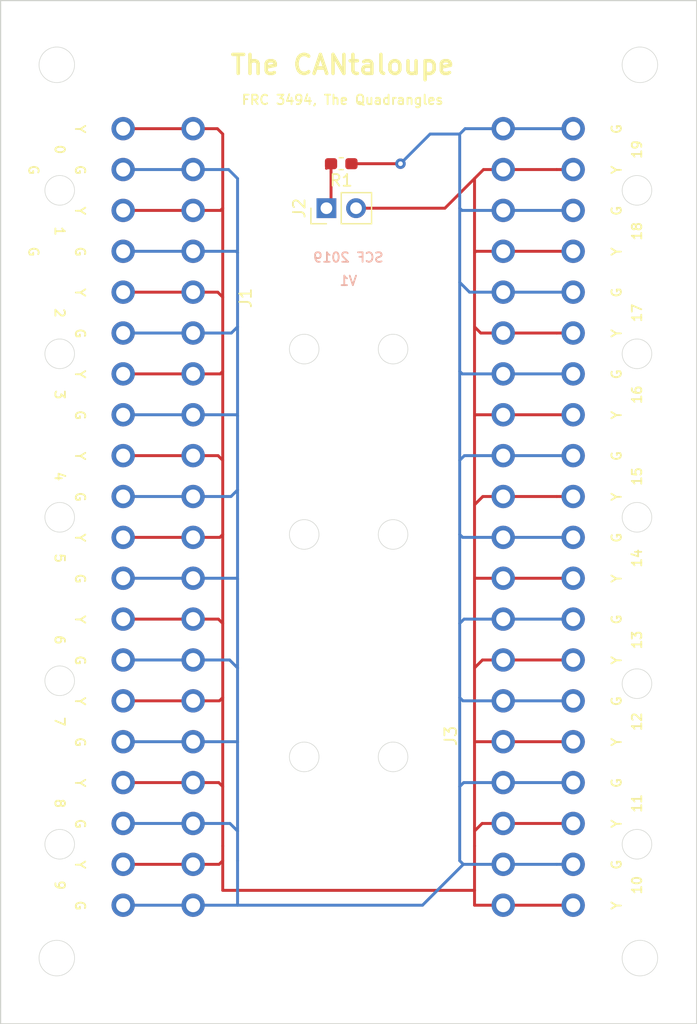
<source format=kicad_pcb>
(kicad_pcb (version 20171130) (host pcbnew "(5.1.4)-1")

  (general
    (thickness 1.6)
    (drawings 95)
    (tracks 173)
    (zones 0)
    (modules 4)
    (nets 4)
  )

  (page A4)
  (layers
    (0 F.Cu signal)
    (31 B.Cu signal)
    (32 B.Adhes user)
    (33 F.Adhes user)
    (34 B.Paste user)
    (35 F.Paste user)
    (36 B.SilkS user)
    (37 F.SilkS user)
    (38 B.Mask user)
    (39 F.Mask user)
    (40 Dwgs.User user)
    (41 Cmts.User user hide)
    (42 Eco1.User user)
    (43 Eco2.User user)
    (44 Edge.Cuts user)
    (45 Margin user)
    (46 B.CrtYd user)
    (47 F.CrtYd user)
    (48 B.Fab user)
    (49 F.Fab user)
  )

  (setup
    (last_trace_width 0.25)
    (trace_clearance 0.2)
    (zone_clearance 0.508)
    (zone_45_only no)
    (trace_min 0.127)
    (via_size 0.9)
    (via_drill 0.4)
    (via_min_size 0.4)
    (via_min_drill 0.3)
    (uvia_size 0.3)
    (uvia_drill 0.1)
    (uvias_allowed no)
    (uvia_min_size 0.2)
    (uvia_min_drill 0.1)
    (edge_width 0.05)
    (segment_width 0.2)
    (pcb_text_width 0.3)
    (pcb_text_size 1.5 1.5)
    (mod_edge_width 0.1524)
    (mod_text_size 0.8128 0.8128)
    (mod_text_width 0.15)
    (pad_size 1.524 1.524)
    (pad_drill 0.762)
    (pad_to_mask_clearance 0.051)
    (solder_mask_min_width 0.25)
    (aux_axis_origin 0 0)
    (visible_elements 7FFFFFFF)
    (pcbplotparams
      (layerselection 0x010f0_ffffffff)
      (usegerberextensions false)
      (usegerberattributes false)
      (usegerberadvancedattributes false)
      (creategerberjobfile false)
      (excludeedgelayer true)
      (linewidth 0.100000)
      (plotframeref false)
      (viasonmask false)
      (mode 1)
      (useauxorigin false)
      (hpglpennumber 1)
      (hpglpenspeed 20)
      (hpglpendiameter 15.000000)
      (psnegative false)
      (psa4output false)
      (plotreference true)
      (plotvalue true)
      (plotinvisibletext false)
      (padsonsilk false)
      (subtractmaskfromsilk false)
      (outputformat 1)
      (mirror false)
      (drillshape 0)
      (scaleselection 1)
      (outputdirectory "./"))
  )

  (net 0 "")
  (net 1 "Net-(J1-Pad1)")
  (net 2 "Net-(J1-Pad10)")
  (net 3 "Net-(J2-Pad1)")

  (net_class Default "This is the default net class."
    (clearance 0.2)
    (trace_width 0.25)
    (via_dia 0.9)
    (via_drill 0.4)
    (uvia_dia 0.3)
    (uvia_drill 0.1)
    (add_net "Net-(J1-Pad1)")
    (add_net "Net-(J1-Pad10)")
    (add_net "Net-(J2-Pad1)")
  )

  (module Connector:Weidmuller20X1Female (layer F.Cu) (tedit 5DA4AE6E) (tstamp 5DA50504)
    (at 128.19 88.97 270)
    (path /5D9FC889)
    (fp_text reference J1 (at 0 0.5 90) (layer F.SilkS)
      (effects (font (size 1 1) (thickness 0.15)))
    )
    (fp_text value Conn_01x20_Female (at 0 -0.5 90) (layer F.Fab)
      (effects (font (size 1 1) (thickness 0.15)))
    )
    (pad 1 thru_hole circle (at -14.5 5 270) (size 2 2) (drill 1.2) (layers *.Cu *.Mask)
      (net 1 "Net-(J1-Pad1)"))
    (pad 2 thru_hole circle (at -11 5 270) (size 2 2) (drill 1.2) (layers *.Cu *.Mask)
      (net 2 "Net-(J1-Pad10)"))
    (pad 3 thru_hole circle (at -7.5 5 270) (size 2 2) (drill 1.2) (layers *.Cu *.Mask)
      (net 1 "Net-(J1-Pad1)"))
    (pad 4 thru_hole circle (at -4 5) (size 2 2) (drill 1.2) (layers *.Cu *.Mask)
      (net 2 "Net-(J1-Pad10)"))
    (pad 5 thru_hole circle (at -0.5 5 270) (size 2 2) (drill 1.2) (layers *.Cu *.Mask)
      (net 1 "Net-(J1-Pad1)"))
    (pad 10 thru_hole circle (at 17 5 270) (size 2 2) (drill 1.2) (layers *.Cu *.Mask)
      (net 2 "Net-(J1-Pad10)"))
    (pad 6 thru_hole circle (at 3 5 270) (size 2 2) (drill 1.2) (layers *.Cu *.Mask)
      (net 2 "Net-(J1-Pad10)"))
    (pad 9 thru_hole circle (at 13.5 5 270) (size 2 2) (drill 1.2) (layers *.Cu *.Mask)
      (net 1 "Net-(J1-Pad1)"))
    (pad 7 thru_hole circle (at 6.5 5 270) (size 2 2) (drill 1.2) (layers *.Cu *.Mask)
      (net 1 "Net-(J1-Pad1)"))
    (pad 8 thru_hole circle (at 10 5 270) (size 2 2) (drill 1.2) (layers *.Cu *.Mask)
      (net 2 "Net-(J1-Pad10)"))
    (pad 18 thru_hole circle (at 45 5 270) (size 2 2) (drill 1.2) (layers *.Cu *.Mask)
      (net 2 "Net-(J1-Pad10)"))
    (pad 17 thru_hole circle (at 41.5 5) (size 2 2) (drill 1.2) (layers *.Cu *.Mask)
      (net 1 "Net-(J1-Pad1)"))
    (pad 16 thru_hole circle (at 38 5 270) (size 2 2) (drill 1.2) (layers *.Cu *.Mask)
      (net 2 "Net-(J1-Pad10)"))
    (pad 19 thru_hole circle (at 48.5 5 270) (size 2 2) (drill 1.2) (layers *.Cu *.Mask)
      (net 1 "Net-(J1-Pad1)"))
    (pad 20 thru_hole circle (at 52 5 270) (size 2 2) (drill 1.2) (layers *.Cu *.Mask)
      (net 2 "Net-(J1-Pad10)"))
    (pad 15 thru_hole circle (at 34.5 5 270) (size 2 2) (drill 1.2) (layers *.Cu *.Mask)
      (net 1 "Net-(J1-Pad1)"))
    (pad 11 thru_hole circle (at 20.5 5 270) (size 2 2) (drill 1.2) (layers *.Cu *.Mask)
      (net 1 "Net-(J1-Pad1)"))
    (pad 14 thru_hole circle (at 31 5 270) (size 2 2) (drill 1.2) (layers *.Cu *.Mask)
      (net 2 "Net-(J1-Pad10)"))
    (pad 12 thru_hole circle (at 24 5 270) (size 2 2) (drill 1.2) (layers *.Cu *.Mask)
      (net 2 "Net-(J1-Pad10)"))
    (pad 13 thru_hole circle (at 27.5 5 270) (size 2 2) (drill 1.2) (layers *.Cu *.Mask)
      (net 1 "Net-(J1-Pad1)"))
    (pad 12 thru_hole circle (at 24 11 270) (size 2 2) (drill 1.2) (layers *.Cu *.Mask)
      (net 2 "Net-(J1-Pad10)"))
    (pad 2 thru_hole circle (at -11 11 270) (size 2 2) (drill 1.2) (layers *.Cu *.Mask)
      (net 2 "Net-(J1-Pad10)"))
    (pad 18 thru_hole circle (at 45 11 270) (size 2 2) (drill 1.2) (layers *.Cu *.Mask)
      (net 2 "Net-(J1-Pad10)"))
    (pad 3 thru_hole circle (at -7.5 11 270) (size 2 2) (drill 1.2) (layers *.Cu *.Mask)
      (net 1 "Net-(J1-Pad1)"))
    (pad 16 thru_hole circle (at 38 11 270) (size 2 2) (drill 1.2) (layers *.Cu *.Mask)
      (net 2 "Net-(J1-Pad10)"))
    (pad 1 thru_hole circle (at -14.5 11 270) (size 2 2) (drill 1.2) (layers *.Cu *.Mask)
      (net 1 "Net-(J1-Pad1)"))
    (pad 8 thru_hole circle (at 10 11 270) (size 2 2) (drill 1.2) (layers *.Cu *.Mask)
      (net 2 "Net-(J1-Pad10)"))
    (pad 4 thru_hole circle (at -4 11) (size 2 2) (drill 1.2) (layers *.Cu *.Mask)
      (net 2 "Net-(J1-Pad10)"))
    (pad 19 thru_hole circle (at 48.5 11 270) (size 2 2) (drill 1.2) (layers *.Cu *.Mask)
      (net 1 "Net-(J1-Pad1)"))
    (pad 5 thru_hole circle (at -0.5 11 270) (size 2 2) (drill 1.2) (layers *.Cu *.Mask)
      (net 1 "Net-(J1-Pad1)"))
    (pad 17 thru_hole circle (at 41.5 11) (size 2 2) (drill 1.2) (layers *.Cu *.Mask)
      (net 1 "Net-(J1-Pad1)"))
    (pad 7 thru_hole circle (at 6.5 11 270) (size 2 2) (drill 1.2) (layers *.Cu *.Mask)
      (net 1 "Net-(J1-Pad1)"))
    (pad 10 thru_hole circle (at 17 11 270) (size 2 2) (drill 1.2) (layers *.Cu *.Mask)
      (net 2 "Net-(J1-Pad10)"))
    (pad 14 thru_hole circle (at 31 11 270) (size 2 2) (drill 1.2) (layers *.Cu *.Mask)
      (net 2 "Net-(J1-Pad10)"))
    (pad 9 thru_hole circle (at 13.5 11 270) (size 2 2) (drill 1.2) (layers *.Cu *.Mask)
      (net 1 "Net-(J1-Pad1)"))
    (pad 20 thru_hole circle (at 52 11 270) (size 2 2) (drill 1.2) (layers *.Cu *.Mask)
      (net 2 "Net-(J1-Pad10)"))
    (pad 15 thru_hole circle (at 34.5 11 270) (size 2 2) (drill 1.2) (layers *.Cu *.Mask)
      (net 1 "Net-(J1-Pad1)"))
    (pad 6 thru_hole circle (at 3 11 270) (size 2 2) (drill 1.2) (layers *.Cu *.Mask)
      (net 2 "Net-(J1-Pad10)"))
    (pad 11 thru_hole circle (at 20.5 11 270) (size 2 2) (drill 1.2) (layers *.Cu *.Mask)
      (net 1 "Net-(J1-Pad1)"))
    (pad 13 thru_hole circle (at 27.5 11 270) (size 2 2) (drill 1.2) (layers *.Cu *.Mask)
      (net 1 "Net-(J1-Pad1)"))
  )

  (module Connector:Weidmuller20X1Female (layer F.Cu) (tedit 5DA4AE6E) (tstamp 5DA5055C)
    (at 144.78 126.47 90)
    (path /5D9FDE05)
    (fp_text reference J3 (at 0 0.5 90) (layer F.SilkS)
      (effects (font (size 1 1) (thickness 0.15)))
    )
    (fp_text value Conn_01x20_Female (at 0 -0.5 90) (layer F.Fab)
      (effects (font (size 1 1) (thickness 0.15)))
    )
    (pad 13 thru_hole circle (at 27.5 11 90) (size 2 2) (drill 1.2) (layers *.Cu *.Mask)
      (net 1 "Net-(J1-Pad1)"))
    (pad 11 thru_hole circle (at 20.5 11 90) (size 2 2) (drill 1.2) (layers *.Cu *.Mask)
      (net 1 "Net-(J1-Pad1)"))
    (pad 6 thru_hole circle (at 3 11 90) (size 2 2) (drill 1.2) (layers *.Cu *.Mask)
      (net 2 "Net-(J1-Pad10)"))
    (pad 15 thru_hole circle (at 34.5 11 90) (size 2 2) (drill 1.2) (layers *.Cu *.Mask)
      (net 1 "Net-(J1-Pad1)"))
    (pad 20 thru_hole circle (at 52 11 90) (size 2 2) (drill 1.2) (layers *.Cu *.Mask)
      (net 2 "Net-(J1-Pad10)"))
    (pad 9 thru_hole circle (at 13.5 11 90) (size 2 2) (drill 1.2) (layers *.Cu *.Mask)
      (net 1 "Net-(J1-Pad1)"))
    (pad 14 thru_hole circle (at 31 11 90) (size 2 2) (drill 1.2) (layers *.Cu *.Mask)
      (net 2 "Net-(J1-Pad10)"))
    (pad 10 thru_hole circle (at 17 11 90) (size 2 2) (drill 1.2) (layers *.Cu *.Mask)
      (net 2 "Net-(J1-Pad10)"))
    (pad 7 thru_hole circle (at 6.5 11 90) (size 2 2) (drill 1.2) (layers *.Cu *.Mask)
      (net 1 "Net-(J1-Pad1)"))
    (pad 17 thru_hole circle (at 41.5 11 180) (size 2 2) (drill 1.2) (layers *.Cu *.Mask)
      (net 1 "Net-(J1-Pad1)"))
    (pad 5 thru_hole circle (at -0.5 11 90) (size 2 2) (drill 1.2) (layers *.Cu *.Mask)
      (net 1 "Net-(J1-Pad1)"))
    (pad 19 thru_hole circle (at 48.5 11 90) (size 2 2) (drill 1.2) (layers *.Cu *.Mask)
      (net 1 "Net-(J1-Pad1)"))
    (pad 4 thru_hole circle (at -4 11 180) (size 2 2) (drill 1.2) (layers *.Cu *.Mask)
      (net 2 "Net-(J1-Pad10)"))
    (pad 8 thru_hole circle (at 10 11 90) (size 2 2) (drill 1.2) (layers *.Cu *.Mask)
      (net 2 "Net-(J1-Pad10)"))
    (pad 1 thru_hole circle (at -14.5 11 90) (size 2 2) (drill 1.2) (layers *.Cu *.Mask)
      (net 1 "Net-(J1-Pad1)"))
    (pad 16 thru_hole circle (at 38 11 90) (size 2 2) (drill 1.2) (layers *.Cu *.Mask)
      (net 2 "Net-(J1-Pad10)"))
    (pad 3 thru_hole circle (at -7.5 11 90) (size 2 2) (drill 1.2) (layers *.Cu *.Mask)
      (net 1 "Net-(J1-Pad1)"))
    (pad 18 thru_hole circle (at 45 11 90) (size 2 2) (drill 1.2) (layers *.Cu *.Mask)
      (net 2 "Net-(J1-Pad10)"))
    (pad 2 thru_hole circle (at -11 11 90) (size 2 2) (drill 1.2) (layers *.Cu *.Mask)
      (net 2 "Net-(J1-Pad10)"))
    (pad 12 thru_hole circle (at 24 11 90) (size 2 2) (drill 1.2) (layers *.Cu *.Mask)
      (net 2 "Net-(J1-Pad10)"))
    (pad 13 thru_hole circle (at 27.5 5 90) (size 2 2) (drill 1.2) (layers *.Cu *.Mask)
      (net 1 "Net-(J1-Pad1)"))
    (pad 12 thru_hole circle (at 24 5 90) (size 2 2) (drill 1.2) (layers *.Cu *.Mask)
      (net 2 "Net-(J1-Pad10)"))
    (pad 14 thru_hole circle (at 31 5 90) (size 2 2) (drill 1.2) (layers *.Cu *.Mask)
      (net 2 "Net-(J1-Pad10)"))
    (pad 11 thru_hole circle (at 20.5 5 90) (size 2 2) (drill 1.2) (layers *.Cu *.Mask)
      (net 1 "Net-(J1-Pad1)"))
    (pad 15 thru_hole circle (at 34.5 5 90) (size 2 2) (drill 1.2) (layers *.Cu *.Mask)
      (net 1 "Net-(J1-Pad1)"))
    (pad 20 thru_hole circle (at 52 5 90) (size 2 2) (drill 1.2) (layers *.Cu *.Mask)
      (net 2 "Net-(J1-Pad10)"))
    (pad 19 thru_hole circle (at 48.5 5 90) (size 2 2) (drill 1.2) (layers *.Cu *.Mask)
      (net 1 "Net-(J1-Pad1)"))
    (pad 16 thru_hole circle (at 38 5 90) (size 2 2) (drill 1.2) (layers *.Cu *.Mask)
      (net 2 "Net-(J1-Pad10)"))
    (pad 17 thru_hole circle (at 41.5 5 180) (size 2 2) (drill 1.2) (layers *.Cu *.Mask)
      (net 1 "Net-(J1-Pad1)"))
    (pad 18 thru_hole circle (at 45 5 90) (size 2 2) (drill 1.2) (layers *.Cu *.Mask)
      (net 2 "Net-(J1-Pad10)"))
    (pad 8 thru_hole circle (at 10 5 90) (size 2 2) (drill 1.2) (layers *.Cu *.Mask)
      (net 2 "Net-(J1-Pad10)"))
    (pad 7 thru_hole circle (at 6.5 5 90) (size 2 2) (drill 1.2) (layers *.Cu *.Mask)
      (net 1 "Net-(J1-Pad1)"))
    (pad 9 thru_hole circle (at 13.5 5 90) (size 2 2) (drill 1.2) (layers *.Cu *.Mask)
      (net 1 "Net-(J1-Pad1)"))
    (pad 6 thru_hole circle (at 3 5 90) (size 2 2) (drill 1.2) (layers *.Cu *.Mask)
      (net 2 "Net-(J1-Pad10)"))
    (pad 10 thru_hole circle (at 17 5 90) (size 2 2) (drill 1.2) (layers *.Cu *.Mask)
      (net 2 "Net-(J1-Pad10)"))
    (pad 5 thru_hole circle (at -0.5 5 90) (size 2 2) (drill 1.2) (layers *.Cu *.Mask)
      (net 1 "Net-(J1-Pad1)"))
    (pad 4 thru_hole circle (at -4 5 180) (size 2 2) (drill 1.2) (layers *.Cu *.Mask)
      (net 2 "Net-(J1-Pad10)"))
    (pad 3 thru_hole circle (at -7.5 5 90) (size 2 2) (drill 1.2) (layers *.Cu *.Mask)
      (net 1 "Net-(J1-Pad1)"))
    (pad 2 thru_hole circle (at -11 5 90) (size 2 2) (drill 1.2) (layers *.Cu *.Mask)
      (net 2 "Net-(J1-Pad10)"))
    (pad 1 thru_hole circle (at -14.5 5 90) (size 2 2) (drill 1.2) (layers *.Cu *.Mask)
      (net 1 "Net-(J1-Pad1)"))
  )

  (module Connector_PinHeader_2.54mm:PinHeader_1x02_P2.54mm_Vertical (layer F.Cu) (tedit 59FED5CC) (tstamp 5DA5051A)
    (at 134.62 81.28 90)
    (descr "Through hole straight pin header, 1x02, 2.54mm pitch, single row")
    (tags "Through hole pin header THT 1x02 2.54mm single row")
    (path /5DA25E50)
    (fp_text reference J2 (at 0 -2.33 90) (layer F.SilkS)
      (effects (font (size 1 1) (thickness 0.15)))
    )
    (fp_text value Conn_01x02_Male (at 0 4.87 90) (layer F.Fab)
      (effects (font (size 1 1) (thickness 0.15)))
    )
    (fp_line (start -0.635 -1.27) (end 1.27 -1.27) (layer F.Fab) (width 0.1))
    (fp_line (start 1.27 -1.27) (end 1.27 3.81) (layer F.Fab) (width 0.1))
    (fp_line (start 1.27 3.81) (end -1.27 3.81) (layer F.Fab) (width 0.1))
    (fp_line (start -1.27 3.81) (end -1.27 -0.635) (layer F.Fab) (width 0.1))
    (fp_line (start -1.27 -0.635) (end -0.635 -1.27) (layer F.Fab) (width 0.1))
    (fp_line (start -1.33 3.87) (end 1.33 3.87) (layer F.SilkS) (width 0.12))
    (fp_line (start -1.33 1.27) (end -1.33 3.87) (layer F.SilkS) (width 0.12))
    (fp_line (start 1.33 1.27) (end 1.33 3.87) (layer F.SilkS) (width 0.12))
    (fp_line (start -1.33 1.27) (end 1.33 1.27) (layer F.SilkS) (width 0.12))
    (fp_line (start -1.33 0) (end -1.33 -1.33) (layer F.SilkS) (width 0.12))
    (fp_line (start -1.33 -1.33) (end 0 -1.33) (layer F.SilkS) (width 0.12))
    (fp_line (start -1.8 -1.8) (end -1.8 4.35) (layer F.CrtYd) (width 0.05))
    (fp_line (start -1.8 4.35) (end 1.8 4.35) (layer F.CrtYd) (width 0.05))
    (fp_line (start 1.8 4.35) (end 1.8 -1.8) (layer F.CrtYd) (width 0.05))
    (fp_line (start 1.8 -1.8) (end -1.8 -1.8) (layer F.CrtYd) (width 0.05))
    (fp_text user %R (at 0 1.27) (layer F.Fab)
      (effects (font (size 1 1) (thickness 0.15)))
    )
    (pad 1 thru_hole rect (at 0 0 90) (size 1.7 1.7) (drill 1) (layers *.Cu *.Mask)
      (net 3 "Net-(J2-Pad1)"))
    (pad 2 thru_hole oval (at 0 2.54 90) (size 1.7 1.7) (drill 1) (layers *.Cu *.Mask)
      (net 1 "Net-(J1-Pad1)"))
    (model ${KISYS3DMOD}/Connector_PinHeader_2.54mm.3dshapes/PinHeader_1x02_P2.54mm_Vertical.wrl
      (at (xyz 0 0 0))
      (scale (xyz 1 1 1))
      (rotate (xyz 0 0 0))
    )
  )

  (module Resistor_SMD:R_0603_1608Metric_Pad1.05x0.95mm_HandSolder (layer F.Cu) (tedit 5B301BBD) (tstamp 5DA5057E)
    (at 135.89 77.47 180)
    (descr "Resistor SMD 0603 (1608 Metric), square (rectangular) end terminal, IPC_7351 nominal with elongated pad for handsoldering. (Body size source: http://www.tortai-tech.com/upload/download/2011102023233369053.pdf), generated with kicad-footprint-generator")
    (tags "resistor handsolder")
    (path /5DA256CC)
    (attr smd)
    (fp_text reference R1 (at 0 -1.43) (layer F.SilkS)
      (effects (font (size 1 1) (thickness 0.15)))
    )
    (fp_text value 120 (at 0 1.43) (layer F.Fab)
      (effects (font (size 1 1) (thickness 0.15)))
    )
    (fp_text user %R (at 0 0) (layer F.Fab)
      (effects (font (size 0.4 0.4) (thickness 0.06)))
    )
    (fp_line (start 1.65 0.73) (end -1.65 0.73) (layer F.CrtYd) (width 0.05))
    (fp_line (start 1.65 -0.73) (end 1.65 0.73) (layer F.CrtYd) (width 0.05))
    (fp_line (start -1.65 -0.73) (end 1.65 -0.73) (layer F.CrtYd) (width 0.05))
    (fp_line (start -1.65 0.73) (end -1.65 -0.73) (layer F.CrtYd) (width 0.05))
    (fp_line (start -0.171267 0.51) (end 0.171267 0.51) (layer F.SilkS) (width 0.12))
    (fp_line (start -0.171267 -0.51) (end 0.171267 -0.51) (layer F.SilkS) (width 0.12))
    (fp_line (start 0.8 0.4) (end -0.8 0.4) (layer F.Fab) (width 0.1))
    (fp_line (start 0.8 -0.4) (end 0.8 0.4) (layer F.Fab) (width 0.1))
    (fp_line (start -0.8 -0.4) (end 0.8 -0.4) (layer F.Fab) (width 0.1))
    (fp_line (start -0.8 0.4) (end -0.8 -0.4) (layer F.Fab) (width 0.1))
    (pad 2 smd roundrect (at 0.875 0 180) (size 1.05 0.95) (layers F.Cu F.Paste F.Mask) (roundrect_rratio 0.25)
      (net 3 "Net-(J2-Pad1)"))
    (pad 1 smd roundrect (at -0.875 0 180) (size 1.05 0.95) (layers F.Cu F.Paste F.Mask) (roundrect_rratio 0.25)
      (net 2 "Net-(J1-Pad10)"))
    (model ${KISYS3DMOD}/Resistor_SMD.3dshapes/R_0603_1608Metric.wrl
      (at (xyz 0 0 0))
      (scale (xyz 1 1 1))
      (rotate (xyz 0 0 0))
    )
  )

  (gr_text G (at 159.5 81.5 90) (layer F.SilkS) (tstamp 5DB3D42E)
    (effects (font (size 0.8128 0.8128) (thickness 0.15)))
  )
  (gr_text G (at 159.5 74.5 90) (layer F.SilkS) (tstamp 5DB3D42D)
    (effects (font (size 0.8128 0.8128) (thickness 0.15)))
  )
  (gr_text G (at 159.5 95.5 90) (layer F.SilkS) (tstamp 5DB3D42E)
    (effects (font (size 0.8128 0.8128) (thickness 0.15)))
  )
  (gr_text G (at 159.5 88.5 90) (layer F.SilkS) (tstamp 5DB3D42D)
    (effects (font (size 0.8128 0.8128) (thickness 0.15)))
  )
  (gr_text G (at 159.5 109.5 90) (layer F.SilkS) (tstamp 5DB3D42E)
    (effects (font (size 0.8128 0.8128) (thickness 0.15)))
  )
  (gr_text G (at 159.5 102.5 90) (layer F.SilkS) (tstamp 5DB3D42D)
    (effects (font (size 0.8128 0.8128) (thickness 0.15)))
  )
  (gr_text G (at 159.5 123.5 90) (layer F.SilkS) (tstamp 5DB3D42E)
    (effects (font (size 0.8128 0.8128) (thickness 0.15)))
  )
  (gr_text G (at 159.5 116.5 90) (layer F.SilkS) (tstamp 5DB3D42D)
    (effects (font (size 0.8128 0.8128) (thickness 0.15)))
  )
  (gr_text G (at 159.5 137.5 90) (layer F.SilkS) (tstamp 5DB3D413)
    (effects (font (size 0.8128 0.8128) (thickness 0.15)))
  )
  (gr_text G (at 159.5 130.5 90) (layer F.SilkS) (tstamp 5DB3D412)
    (effects (font (size 0.8128 0.8128) (thickness 0.15)))
  )
  (gr_text G (at 113.5 134 -90) (layer F.SilkS) (tstamp 5DB3D413)
    (effects (font (size 0.8128 0.8128) (thickness 0.15)))
  )
  (gr_text G (at 113.5 141 -90) (layer F.SilkS) (tstamp 5DB3D412)
    (effects (font (size 0.8128 0.8128) (thickness 0.15)))
  )
  (gr_text G (at 113.5 120 -90) (layer F.SilkS) (tstamp 5DB3D413)
    (effects (font (size 0.8128 0.8128) (thickness 0.15)))
  )
  (gr_text G (at 113.5 127 -90) (layer F.SilkS) (tstamp 5DB3D412)
    (effects (font (size 0.8128 0.8128) (thickness 0.15)))
  )
  (gr_text G (at 113.5 106 -90) (layer F.SilkS) (tstamp 5DB3D413)
    (effects (font (size 0.8128 0.8128) (thickness 0.15)))
  )
  (gr_text G (at 113.5 113 -90) (layer F.SilkS) (tstamp 5DB3D412)
    (effects (font (size 0.8128 0.8128) (thickness 0.15)))
  )
  (gr_text G (at 113.5 92 -90) (layer F.SilkS) (tstamp 5DB3D413)
    (effects (font (size 0.8128 0.8128) (thickness 0.15)))
  )
  (gr_text G (at 113.5 99 -90) (layer F.SilkS) (tstamp 5DB3D412)
    (effects (font (size 0.8128 0.8128) (thickness 0.15)))
  )
  (gr_text G (at 109.5 85 -90) (layer F.SilkS) (tstamp 5DB3D404)
    (effects (font (size 0.8128 0.8128) (thickness 0.15)))
  )
  (gr_text G (at 109.5 78 -90) (layer F.SilkS) (tstamp 5DB3D404)
    (effects (font (size 0.8128 0.8128) (thickness 0.15)))
  )
  (gr_text G (at 113.5 85 -90) (layer F.SilkS) (tstamp 5DB3D3E3)
    (effects (font (size 0.8128 0.8128) (thickness 0.15)))
  )
  (gr_text G (at 113.5 78 -90) (layer F.SilkS)
    (effects (font (size 0.8128 0.8128) (thickness 0.15)))
  )
  (gr_text Y (at 159.5 78 90) (layer F.SilkS) (tstamp 5DB3D3B1)
    (effects (font (size 0.8128 0.8128) (thickness 0.15)))
  )
  (gr_text Y (at 159.5 85 90) (layer F.SilkS) (tstamp 5DB3D3B0)
    (effects (font (size 0.8128 0.8128) (thickness 0.15)))
  )
  (gr_text Y (at 159.5 92 90) (layer F.SilkS) (tstamp 5DB3D3B1)
    (effects (font (size 0.8128 0.8128) (thickness 0.15)))
  )
  (gr_text Y (at 159.5 99 90) (layer F.SilkS) (tstamp 5DB3D3B0)
    (effects (font (size 0.8128 0.8128) (thickness 0.15)))
  )
  (gr_text Y (at 159.5 106 90) (layer F.SilkS) (tstamp 5DB3D3B1)
    (effects (font (size 0.8128 0.8128) (thickness 0.15)))
  )
  (gr_text Y (at 159.5 113 90) (layer F.SilkS) (tstamp 5DB3D3B0)
    (effects (font (size 0.8128 0.8128) (thickness 0.15)))
  )
  (gr_text Y (at 159.5 120 90) (layer F.SilkS) (tstamp 5DB3D3B1)
    (effects (font (size 0.8128 0.8128) (thickness 0.15)))
  )
  (gr_text Y (at 159.5 127 90) (layer F.SilkS) (tstamp 5DB3D3B0)
    (effects (font (size 0.8128 0.8128) (thickness 0.15)))
  )
  (gr_text Y (at 159.5 141 90) (layer F.SilkS) (tstamp 5DB3D391)
    (effects (font (size 0.8128 0.8128) (thickness 0.15)))
  )
  (gr_text Y (at 159.5 134 90) (layer F.SilkS) (tstamp 5DB3D390)
    (effects (font (size 0.8128 0.8128) (thickness 0.15)))
  )
  (gr_text Y (at 113.5 130.5 270) (layer F.SilkS) (tstamp 5DB3D391)
    (effects (font (size 0.8128 0.8128) (thickness 0.15)))
  )
  (gr_text Y (at 113.5 137.5 270) (layer F.SilkS) (tstamp 5DB3D390)
    (effects (font (size 0.8128 0.8128) (thickness 0.15)))
  )
  (gr_text Y (at 113.5 116.5 270) (layer F.SilkS) (tstamp 5DB3D391)
    (effects (font (size 0.8128 0.8128) (thickness 0.15)))
  )
  (gr_text Y (at 113.5 123.5 270) (layer F.SilkS) (tstamp 5DB3D390)
    (effects (font (size 0.8128 0.8128) (thickness 0.15)))
  )
  (gr_text Y (at 113.5 102.5 270) (layer F.SilkS) (tstamp 5DB3D391)
    (effects (font (size 0.8128 0.8128) (thickness 0.15)))
  )
  (gr_text Y (at 113.5 109.5 270) (layer F.SilkS) (tstamp 5DB3D390)
    (effects (font (size 0.8128 0.8128) (thickness 0.15)))
  )
  (gr_text Y (at 113.5 88.5 270) (layer F.SilkS) (tstamp 5DB3D391)
    (effects (font (size 0.8128 0.8128) (thickness 0.15)))
  )
  (gr_text Y (at 113.5 95.5 270) (layer F.SilkS) (tstamp 5DB3D390)
    (effects (font (size 0.8128 0.8128) (thickness 0.15)))
  )
  (gr_text Y (at 113.5 81.5 270) (layer F.SilkS) (tstamp 5DB3D379)
    (effects (font (size 0.8128 0.8128) (thickness 0.15)))
  )
  (gr_text Y (at 113.5 74.5 270) (layer F.SilkS)
    (effects (font (size 0.8128 0.8128) (thickness 0.15)))
  )
  (gr_line (start 159.5 72.5) (end 159.5 142) (layer Cmts.User) (width 0.15))
  (gr_line (start 113.5 72.5) (end 113.5 142) (layer Cmts.User) (width 0.15))
  (gr_text V1 (at 136.5 87.5) (layer B.SilkS)
    (effects (font (size 0.8128 0.8128) (thickness 0.15)) (justify mirror))
  )
  (gr_text "SCF 2019" (at 136.5 85.5) (layer B.SilkS)
    (effects (font (size 0.8128 0.8128) (thickness 0.15)) (justify mirror))
  )
  (gr_text "FRC 3494, The Quadrangles" (at 136 72) (layer F.SilkS)
    (effects (font (size 0.8128 0.8128) (thickness 0.15)))
  )
  (gr_text "The CANtaloupe" (at 136 69) (layer F.SilkS)
    (effects (font (size 1.6256 1.6256) (thickness 0.3)))
  )
  (gr_circle (center 161.25 79.75) (end 162.52 79.75) (layer Edge.Cuts) (width 0.05))
  (gr_circle (center 161.25 93.75) (end 162.52 93.75) (layer Edge.Cuts) (width 0.05))
  (gr_circle (center 161.25 107.75) (end 162.52 107.75) (layer Edge.Cuts) (width 0.05))
  (gr_circle (center 161.25 122) (end 162.52 122) (layer Edge.Cuts) (width 0.05))
  (gr_circle (center 161.25 135.75) (end 162.52 135.75) (layer Edge.Cuts) (width 0.05))
  (gr_circle (center 111.75 135.75) (end 113.02 135.75) (layer Edge.Cuts) (width 0.05))
  (gr_circle (center 111.75 121.75) (end 113.02 121.75) (layer Edge.Cuts) (width 0.05))
  (gr_circle (center 111.75 107.75) (end 113.02 107.75) (layer Edge.Cuts) (width 0.05))
  (gr_circle (center 111.75 93.75) (end 113.02 93.75) (layer Edge.Cuts) (width 0.05))
  (gr_circle (center 111.75 79.75) (end 113.02 79.75) (layer Edge.Cuts) (width 0.05))
  (gr_text 19 (at 161.25 76.25 90) (layer F.SilkS)
    (effects (font (size 0.8128 0.8128) (thickness 0.15)))
  )
  (gr_text 18 (at 161.25 83.25 90) (layer F.SilkS)
    (effects (font (size 0.8128 0.8128) (thickness 0.15)))
  )
  (gr_text 17 (at 161.25 90.25 90) (layer F.SilkS)
    (effects (font (size 0.8128 0.8128) (thickness 0.15)))
  )
  (gr_text 16 (at 161.25 97.25 90) (layer F.SilkS)
    (effects (font (size 0.8128 0.8128) (thickness 0.15)))
  )
  (gr_text 15 (at 161.25 104.25 90) (layer F.SilkS)
    (effects (font (size 0.8128 0.8128) (thickness 0.15)))
  )
  (gr_text 14 (at 161.25 111.25 90) (layer F.SilkS)
    (effects (font (size 0.8128 0.8128) (thickness 0.15)))
  )
  (gr_text 13 (at 161.25 118.25 90) (layer F.SilkS)
    (effects (font (size 0.8128 0.8128) (thickness 0.15)))
  )
  (gr_text 12 (at 161.25 125.25 90) (layer F.SilkS)
    (effects (font (size 0.8128 0.8128) (thickness 0.15)))
  )
  (gr_text 11 (at 161.25 132.25 90) (layer F.SilkS)
    (effects (font (size 0.8128 0.8128) (thickness 0.15)))
  )
  (gr_text 10 (at 161.25 139.25 90) (layer F.SilkS)
    (effects (font (size 0.8128 0.8128) (thickness 0.15)))
  )
  (gr_line (start 161.25 72.5) (end 161.25 142) (layer Cmts.User) (width 0.15))
  (gr_text 9 (at 111.75 139.25 -90) (layer F.SilkS)
    (effects (font (size 0.8128 0.8128) (thickness 0.15)))
  )
  (gr_text 8 (at 111.75 132.25 -90) (layer F.SilkS)
    (effects (font (size 0.8128 0.8128) (thickness 0.15)))
  )
  (gr_text 7 (at 111.75 125.25 -90) (layer F.SilkS)
    (effects (font (size 0.8128 0.8128) (thickness 0.15)))
  )
  (gr_text 6 (at 111.75 118.25 -90) (layer F.SilkS)
    (effects (font (size 0.8128 0.8128) (thickness 0.15)))
  )
  (gr_text 5 (at 111.75 111.25 -90) (layer F.SilkS)
    (effects (font (size 0.8128 0.8128) (thickness 0.15)))
  )
  (gr_text 4 (at 111.75 104.25 -90) (layer F.SilkS)
    (effects (font (size 0.8128 0.8128) (thickness 0.15)))
  )
  (gr_text 3 (at 111.75 97.25 -90) (layer F.SilkS)
    (effects (font (size 0.8128 0.8128) (thickness 0.15)))
  )
  (gr_text 2 (at 111.75 90.25 -90) (layer F.SilkS)
    (effects (font (size 0.8128 0.8128) (thickness 0.15)))
  )
  (gr_text 0 (at 111.75 76.25 -90) (layer F.SilkS)
    (effects (font (size 0.8128 0.8128) (thickness 0.15)))
  )
  (gr_text 1 (at 111.75 83.25 -90) (layer F.SilkS)
    (effects (font (size 0.8128 0.8128) (thickness 0.15)))
  )
  (gr_line (start 111.75 72.5) (end 111.75 142) (layer Cmts.User) (width 0.1524))
  (gr_circle (center 140.335 128.27) (end 140.335 127) (layer Edge.Cuts) (width 0.05))
  (gr_circle (center 132.715 128.27) (end 132.715 127) (layer Edge.Cuts) (width 0.05))
  (gr_circle (center 140.335 109.22) (end 140.335 107.95) (layer Edge.Cuts) (width 0.05))
  (gr_circle (center 132.715 109.22) (end 132.715 107.95) (layer Edge.Cuts) (width 0.05))
  (gr_circle (center 140.335 93.345) (end 140.335 92.075) (layer Edge.Cuts) (width 0.05))
  (gr_circle (center 132.715 93.345) (end 132.715 92.075) (layer Edge.Cuts) (width 0.05))
  (gr_line (start 106.68 149.86) (end 106.68 63.5) (layer Edge.Cuts) (width 0.1))
  (gr_line (start 106.68 151.13) (end 106.68 149.86) (layer Edge.Cuts) (width 0.1))
  (gr_line (start 166.37 151.13) (end 106.68 151.13) (layer Edge.Cuts) (width 0.1))
  (gr_line (start 166.37 63.5) (end 166.37 151.13) (layer Edge.Cuts) (width 0.1))
  (gr_line (start 106.68 63.5) (end 166.37 63.5) (layer Edge.Cuts) (width 0.1))
  (gr_circle (center 111.5 145.5) (end 113.024 145.5) (layer Edge.Cuts) (width 0.05))
  (gr_circle (center 161.5 145.5) (end 163.024 145.5) (layer Edge.Cuts) (width 0.05))
  (gr_circle (center 111.5 69) (end 113.024 69) (layer Edge.Cuts) (width 0.05))
  (gr_circle (center 161.5 69) (end 163.024 69) (layer Edge.Cuts) (width 0.05))

  (segment (start 123.19 74.47) (end 117.19 74.47) (width 0.25) (layer F.Cu) (net 1))
  (segment (start 123.19 81.47) (end 117.19 81.47) (width 0.25) (layer F.Cu) (net 1))
  (segment (start 123.19 88.47) (end 117.19 88.47) (width 0.25) (layer F.Cu) (net 1))
  (segment (start 123.19 95.47) (end 117.19 95.47) (width 0.25) (layer F.Cu) (net 1))
  (segment (start 123.19 102.47) (end 117.19 102.47) (width 0.25) (layer F.Cu) (net 1))
  (segment (start 123.19 109.47) (end 117.19 109.47) (width 0.25) (layer F.Cu) (net 1))
  (segment (start 123.19 116.47) (end 117.19 116.47) (width 0.25) (layer F.Cu) (net 1))
  (segment (start 123.19 123.47) (end 117.19 123.47) (width 0.25) (layer F.Cu) (net 1))
  (segment (start 123.19 130.47) (end 117.19 130.47) (width 0.25) (layer F.Cu) (net 1))
  (segment (start 123.19 137.47) (end 117.19 137.47) (width 0.25) (layer F.Cu) (net 1))
  (segment (start 123.19 74.47) (end 125.27 74.47) (width 0.25) (layer F.Cu) (net 1))
  (segment (start 125.27 74.47) (end 125.73 74.93) (width 0.25) (layer F.Cu) (net 1))
  (segment (start 125.54 81.47) (end 125.73 81.28) (width 0.25) (layer F.Cu) (net 1))
  (segment (start 123.19 81.47) (end 125.54 81.47) (width 0.25) (layer F.Cu) (net 1))
  (segment (start 125.73 74.93) (end 125.73 81.28) (width 0.25) (layer F.Cu) (net 1))
  (segment (start 125.3 88.47) (end 125.73 88.9) (width 0.25) (layer F.Cu) (net 1))
  (segment (start 123.19 88.47) (end 125.3 88.47) (width 0.25) (layer F.Cu) (net 1))
  (segment (start 125.73 81.28) (end 125.73 88.9) (width 0.25) (layer F.Cu) (net 1))
  (segment (start 123.19 95.47) (end 125.51 95.47) (width 0.25) (layer F.Cu) (net 1))
  (segment (start 125.51 95.47) (end 125.73 95.25) (width 0.25) (layer F.Cu) (net 1))
  (segment (start 123.19 102.47) (end 125.33 102.47) (width 0.25) (layer F.Cu) (net 1))
  (segment (start 125.33 102.47) (end 125.73 102.87) (width 0.25) (layer F.Cu) (net 1))
  (segment (start 125.48 109.47) (end 125.73 109.22) (width 0.25) (layer F.Cu) (net 1))
  (segment (start 123.19 109.47) (end 125.48 109.47) (width 0.25) (layer F.Cu) (net 1))
  (segment (start 125.73 88.9) (end 125.73 109.22) (width 0.25) (layer F.Cu) (net 1))
  (segment (start 125.36 116.47) (end 125.73 116.84) (width 0.25) (layer F.Cu) (net 1))
  (segment (start 123.19 116.47) (end 125.36 116.47) (width 0.25) (layer F.Cu) (net 1))
  (segment (start 125.73 109.22) (end 125.73 116.84) (width 0.25) (layer F.Cu) (net 1))
  (segment (start 125.45 123.47) (end 125.73 123.19) (width 0.25) (layer F.Cu) (net 1))
  (segment (start 123.19 123.47) (end 125.45 123.47) (width 0.25) (layer F.Cu) (net 1))
  (segment (start 125.73 116.84) (end 125.73 123.19) (width 0.25) (layer F.Cu) (net 1))
  (segment (start 125.39 130.47) (end 125.73 130.81) (width 0.25) (layer F.Cu) (net 1))
  (segment (start 123.19 130.47) (end 125.39 130.47) (width 0.25) (layer F.Cu) (net 1))
  (segment (start 125.73 123.19) (end 125.73 130.81) (width 0.25) (layer F.Cu) (net 1))
  (segment (start 125.42 137.47) (end 125.73 137.16) (width 0.25) (layer F.Cu) (net 1))
  (segment (start 123.19 137.47) (end 125.42 137.47) (width 0.25) (layer F.Cu) (net 1))
  (segment (start 154.365787 77.97) (end 149.78 77.97) (width 0.25) (layer F.Cu) (net 1))
  (segment (start 155.78 77.97) (end 154.365787 77.97) (width 0.25) (layer F.Cu) (net 1))
  (segment (start 155.78 84.97) (end 149.78 84.97) (width 0.25) (layer F.Cu) (net 1))
  (segment (start 154.365787 91.97) (end 149.78 91.97) (width 0.25) (layer F.Cu) (net 1))
  (segment (start 155.78 91.97) (end 154.365787 91.97) (width 0.25) (layer F.Cu) (net 1))
  (segment (start 155.78 98.97) (end 149.78 98.97) (width 0.25) (layer F.Cu) (net 1))
  (segment (start 154.365787 105.97) (end 149.78 105.97) (width 0.25) (layer F.Cu) (net 1))
  (segment (start 155.78 105.97) (end 154.365787 105.97) (width 0.25) (layer F.Cu) (net 1))
  (segment (start 155.78 112.97) (end 149.78 112.97) (width 0.25) (layer F.Cu) (net 1))
  (segment (start 155.78 119.97) (end 149.78 119.97) (width 0.25) (layer F.Cu) (net 1))
  (segment (start 155.78 126.97) (end 149.78 126.97) (width 0.25) (layer F.Cu) (net 1))
  (segment (start 155.78 133.97) (end 149.78 133.97) (width 0.25) (layer F.Cu) (net 1))
  (segment (start 155.78 140.97) (end 149.78 140.97) (width 0.25) (layer F.Cu) (net 1))
  (segment (start 149.78 77.97) (end 148.09 77.97) (width 0.25) (layer F.Cu) (net 1))
  (segment (start 148.09 77.97) (end 147.32 78.74) (width 0.25) (layer F.Cu) (net 1))
  (segment (start 147.32 140.97) (end 149.78 140.97) (width 0.25) (layer F.Cu) (net 1))
  (segment (start 149.78 133.97) (end 147.97 133.97) (width 0.25) (layer F.Cu) (net 1))
  (segment (start 147.97 133.97) (end 147.32 134.62) (width 0.25) (layer F.Cu) (net 1))
  (segment (start 147.35 126.97) (end 147.32 127) (width 0.25) (layer F.Cu) (net 1))
  (segment (start 149.78 126.97) (end 147.35 126.97) (width 0.25) (layer F.Cu) (net 1))
  (segment (start 147.32 127) (end 147.32 134.62) (width 0.25) (layer F.Cu) (net 1))
  (segment (start 148 119.97) (end 147.32 120.65) (width 0.25) (layer F.Cu) (net 1))
  (segment (start 149.78 119.97) (end 148 119.97) (width 0.25) (layer F.Cu) (net 1))
  (segment (start 147.32 120.65) (end 147.32 127) (width 0.25) (layer F.Cu) (net 1))
  (segment (start 147.38 112.97) (end 147.32 113.03) (width 0.25) (layer F.Cu) (net 1))
  (segment (start 149.78 112.97) (end 147.38 112.97) (width 0.25) (layer F.Cu) (net 1))
  (segment (start 147.32 113.03) (end 147.32 120.65) (width 0.25) (layer F.Cu) (net 1))
  (segment (start 148.03 105.97) (end 147.32 106.68) (width 0.25) (layer F.Cu) (net 1))
  (segment (start 149.78 105.97) (end 148.03 105.97) (width 0.25) (layer F.Cu) (net 1))
  (segment (start 147.32 106.68) (end 147.32 113.03) (width 0.25) (layer F.Cu) (net 1))
  (segment (start 147.41 98.97) (end 147.32 99.06) (width 0.25) (layer F.Cu) (net 1))
  (segment (start 149.78 98.97) (end 147.41 98.97) (width 0.25) (layer F.Cu) (net 1))
  (segment (start 147.32 99.06) (end 147.32 106.68) (width 0.25) (layer F.Cu) (net 1))
  (segment (start 147.85 91.97) (end 147.32 91.44) (width 0.25) (layer F.Cu) (net 1))
  (segment (start 149.78 91.97) (end 147.85 91.97) (width 0.25) (layer F.Cu) (net 1))
  (segment (start 147.32 91.44) (end 147.32 99.06) (width 0.25) (layer F.Cu) (net 1))
  (segment (start 147.44 84.97) (end 147.32 85.09) (width 0.25) (layer F.Cu) (net 1))
  (segment (start 149.78 84.97) (end 147.44 84.97) (width 0.25) (layer F.Cu) (net 1))
  (segment (start 147.32 78.74) (end 147.32 85.09) (width 0.25) (layer F.Cu) (net 1))
  (segment (start 147.32 85.09) (end 147.32 91.44) (width 0.25) (layer F.Cu) (net 1))
  (segment (start 137.16 81.28) (end 144.78 81.28) (width 0.25) (layer F.Cu) (net 1))
  (segment (start 144.78 81.28) (end 147.32 78.74) (width 0.25) (layer F.Cu) (net 1))
  (segment (start 147.32 134.62) (end 147.32 135.89) (width 0.25) (layer F.Cu) (net 1))
  (segment (start 125.73 135.89) (end 125.73 137.16) (width 0.25) (layer F.Cu) (net 1))
  (segment (start 125.73 130.81) (end 125.73 135.89) (width 0.25) (layer F.Cu) (net 1))
  (segment (start 125.73 137.16) (end 125.73 139.7) (width 0.25) (layer F.Cu) (net 1))
  (segment (start 125.73 139.7) (end 147.32 139.7) (width 0.25) (layer F.Cu) (net 1))
  (segment (start 147.32 135.89) (end 147.32 139.7) (width 0.25) (layer F.Cu) (net 1))
  (segment (start 147.32 139.7) (end 147.32 140.97) (width 0.25) (layer F.Cu) (net 1))
  (segment (start 117.19 77.97) (end 123.19 77.97) (width 0.25) (layer B.Cu) (net 2))
  (segment (start 117.19 84.97) (end 123.19 84.97) (width 0.25) (layer B.Cu) (net 2))
  (segment (start 117.19 91.97) (end 123.19 91.97) (width 0.25) (layer B.Cu) (net 2))
  (segment (start 117.19 98.97) (end 123.19 98.97) (width 0.25) (layer B.Cu) (net 2))
  (segment (start 123.19 105.97) (end 117.19 105.97) (width 0.25) (layer B.Cu) (net 2))
  (segment (start 117.19 112.97) (end 123.19 112.97) (width 0.25) (layer B.Cu) (net 2))
  (segment (start 117.19 119.97) (end 123.19 119.97) (width 0.25) (layer B.Cu) (net 2))
  (segment (start 117.19 126.97) (end 123.19 126.97) (width 0.25) (layer B.Cu) (net 2))
  (segment (start 117.19 133.97) (end 123.19 133.97) (width 0.25) (layer B.Cu) (net 2))
  (segment (start 117.19 140.97) (end 123.19 140.97) (width 0.25) (layer B.Cu) (net 2))
  (segment (start 123.19 77.97) (end 126.23 77.97) (width 0.25) (layer B.Cu) (net 2))
  (segment (start 126.23 77.97) (end 127 78.74) (width 0.25) (layer B.Cu) (net 2))
  (segment (start 123.19 140.97) (end 127 140.97) (width 0.25) (layer B.Cu) (net 2))
  (segment (start 123.19 84.97) (end 126.88 84.97) (width 0.25) (layer B.Cu) (net 2))
  (segment (start 126.88 84.97) (end 127 85.09) (width 0.25) (layer B.Cu) (net 2))
  (segment (start 127 78.74) (end 127 85.09) (width 0.25) (layer B.Cu) (net 2))
  (segment (start 126.47 91.97) (end 127 91.44) (width 0.25) (layer B.Cu) (net 2))
  (segment (start 123.19 91.97) (end 126.47 91.97) (width 0.25) (layer B.Cu) (net 2))
  (segment (start 127 85.09) (end 127 91.44) (width 0.25) (layer B.Cu) (net 2))
  (segment (start 126.91 98.97) (end 127 99.06) (width 0.25) (layer B.Cu) (net 2))
  (segment (start 123.19 98.97) (end 126.91 98.97) (width 0.25) (layer B.Cu) (net 2))
  (segment (start 127 91.44) (end 127 99.06) (width 0.25) (layer B.Cu) (net 2))
  (segment (start 126.44 105.97) (end 127 105.41) (width 0.25) (layer B.Cu) (net 2))
  (segment (start 123.19 105.97) (end 126.44 105.97) (width 0.25) (layer B.Cu) (net 2))
  (segment (start 127 99.06) (end 127 105.41) (width 0.25) (layer B.Cu) (net 2))
  (segment (start 126.94 112.97) (end 127 113.03) (width 0.25) (layer B.Cu) (net 2))
  (segment (start 123.19 112.97) (end 126.94 112.97) (width 0.25) (layer B.Cu) (net 2))
  (segment (start 127 105.41) (end 127 113.03) (width 0.25) (layer B.Cu) (net 2))
  (segment (start 126.32 119.97) (end 127 120.65) (width 0.25) (layer B.Cu) (net 2))
  (segment (start 123.19 119.97) (end 126.32 119.97) (width 0.25) (layer B.Cu) (net 2))
  (segment (start 127 113.03) (end 127 120.65) (width 0.25) (layer B.Cu) (net 2))
  (segment (start 126.97 126.97) (end 127 127) (width 0.25) (layer B.Cu) (net 2))
  (segment (start 123.19 126.97) (end 126.97 126.97) (width 0.25) (layer B.Cu) (net 2))
  (segment (start 127 120.65) (end 127 127) (width 0.25) (layer B.Cu) (net 2))
  (segment (start 126.35 133.97) (end 127 134.62) (width 0.25) (layer B.Cu) (net 2))
  (segment (start 123.19 133.97) (end 126.35 133.97) (width 0.25) (layer B.Cu) (net 2))
  (segment (start 127 127) (end 127 134.62) (width 0.25) (layer B.Cu) (net 2))
  (segment (start 154.365787 137.47) (end 149.78 137.47) (width 0.25) (layer B.Cu) (net 2))
  (segment (start 155.78 137.47) (end 154.365787 137.47) (width 0.25) (layer B.Cu) (net 2))
  (segment (start 149.78 130.47) (end 155.78 130.47) (width 0.25) (layer B.Cu) (net 2))
  (segment (start 155.78 123.47) (end 149.78 123.47) (width 0.25) (layer B.Cu) (net 2))
  (segment (start 155.78 116.47) (end 149.78 116.47) (width 0.25) (layer B.Cu) (net 2))
  (segment (start 155.78 109.47) (end 149.78 109.47) (width 0.25) (layer B.Cu) (net 2))
  (segment (start 155.78 102.47) (end 149.78 102.47) (width 0.25) (layer B.Cu) (net 2))
  (segment (start 155.78 95.47) (end 149.78 95.47) (width 0.25) (layer B.Cu) (net 2))
  (segment (start 155.78 88.47) (end 149.78 88.47) (width 0.25) (layer B.Cu) (net 2))
  (segment (start 155.78 81.47) (end 149.78 81.47) (width 0.25) (layer B.Cu) (net 2))
  (segment (start 155.78 74.47) (end 149.78 74.47) (width 0.25) (layer B.Cu) (net 2))
  (segment (start 146.51 74.47) (end 149.78 74.47) (width 0.25) (layer B.Cu) (net 2))
  (segment (start 146.05 74.93) (end 146.51 74.47) (width 0.25) (layer B.Cu) (net 2))
  (segment (start 146.36 137.47) (end 146.05 137.16) (width 0.25) (layer B.Cu) (net 2))
  (segment (start 149.78 137.47) (end 146.36 137.47) (width 0.25) (layer B.Cu) (net 2))
  (segment (start 146.39 130.47) (end 146.05 130.81) (width 0.25) (layer B.Cu) (net 2))
  (segment (start 149.78 130.47) (end 146.39 130.47) (width 0.25) (layer B.Cu) (net 2))
  (segment (start 146.05 137.16) (end 146.05 130.81) (width 0.25) (layer B.Cu) (net 2))
  (segment (start 146.33 123.47) (end 146.05 123.19) (width 0.25) (layer B.Cu) (net 2))
  (segment (start 149.78 123.47) (end 146.33 123.47) (width 0.25) (layer B.Cu) (net 2))
  (segment (start 146.05 130.81) (end 146.05 123.19) (width 0.25) (layer B.Cu) (net 2))
  (segment (start 146.42 116.47) (end 146.05 116.84) (width 0.25) (layer B.Cu) (net 2))
  (segment (start 149.78 116.47) (end 146.42 116.47) (width 0.25) (layer B.Cu) (net 2))
  (segment (start 146.05 123.19) (end 146.05 116.84) (width 0.25) (layer B.Cu) (net 2))
  (segment (start 146.3 109.47) (end 146.05 109.22) (width 0.25) (layer B.Cu) (net 2))
  (segment (start 149.78 109.47) (end 146.3 109.47) (width 0.25) (layer B.Cu) (net 2))
  (segment (start 146.05 116.84) (end 146.05 109.22) (width 0.25) (layer B.Cu) (net 2))
  (segment (start 146.45 102.47) (end 146.05 102.87) (width 0.25) (layer B.Cu) (net 2))
  (segment (start 149.78 102.47) (end 146.45 102.47) (width 0.25) (layer B.Cu) (net 2))
  (segment (start 146.05 109.22) (end 146.05 102.87) (width 0.25) (layer B.Cu) (net 2))
  (segment (start 149.78 95.47) (end 146.27 95.47) (width 0.25) (layer B.Cu) (net 2))
  (segment (start 146.27 95.47) (end 146.05 95.25) (width 0.25) (layer B.Cu) (net 2))
  (segment (start 146.05 102.87) (end 146.05 95.25) (width 0.25) (layer B.Cu) (net 2))
  (segment (start 146.89 88.47) (end 146.05 87.63) (width 0.25) (layer B.Cu) (net 2))
  (segment (start 149.78 88.47) (end 146.89 88.47) (width 0.25) (layer B.Cu) (net 2))
  (segment (start 146.05 95.25) (end 146.05 87.63) (width 0.25) (layer B.Cu) (net 2))
  (segment (start 146.24 81.47) (end 146.05 81.28) (width 0.25) (layer B.Cu) (net 2))
  (segment (start 149.78 81.47) (end 146.24 81.47) (width 0.25) (layer B.Cu) (net 2))
  (segment (start 146.05 87.63) (end 146.05 81.28) (width 0.25) (layer B.Cu) (net 2))
  (segment (start 146.05 81.28) (end 146.05 74.93) (width 0.25) (layer B.Cu) (net 2))
  (segment (start 146.05 74.93) (end 143.51 74.93) (width 0.25) (layer B.Cu) (net 2))
  (segment (start 143.51 74.93) (end 140.97 77.47) (width 0.25) (layer B.Cu) (net 2))
  (via (at 140.97 77.47) (size 0.9) (drill 0.4) (layers F.Cu B.Cu) (net 2))
  (segment (start 140.97 77.47) (end 136.765 77.47) (width 0.25) (layer F.Cu) (net 2))
  (segment (start 127 137.16) (end 127 140.97) (width 0.25) (layer B.Cu) (net 2))
  (segment (start 127 134.62) (end 127 137.16) (width 0.25) (layer B.Cu) (net 2))
  (segment (start 142.86 140.97) (end 146.36 137.47) (width 0.25) (layer B.Cu) (net 2))
  (segment (start 127 140.97) (end 142.86 140.97) (width 0.25) (layer B.Cu) (net 2))
  (segment (start 134.62 77.865) (end 135.015 77.47) (width 0.25) (layer F.Cu) (net 3))
  (segment (start 135.015 80.885) (end 134.62 81.28) (width 0.25) (layer F.Cu) (net 3))
  (segment (start 135.015 77.47) (end 135.015 80.885) (width 0.25) (layer F.Cu) (net 3))

)

</source>
